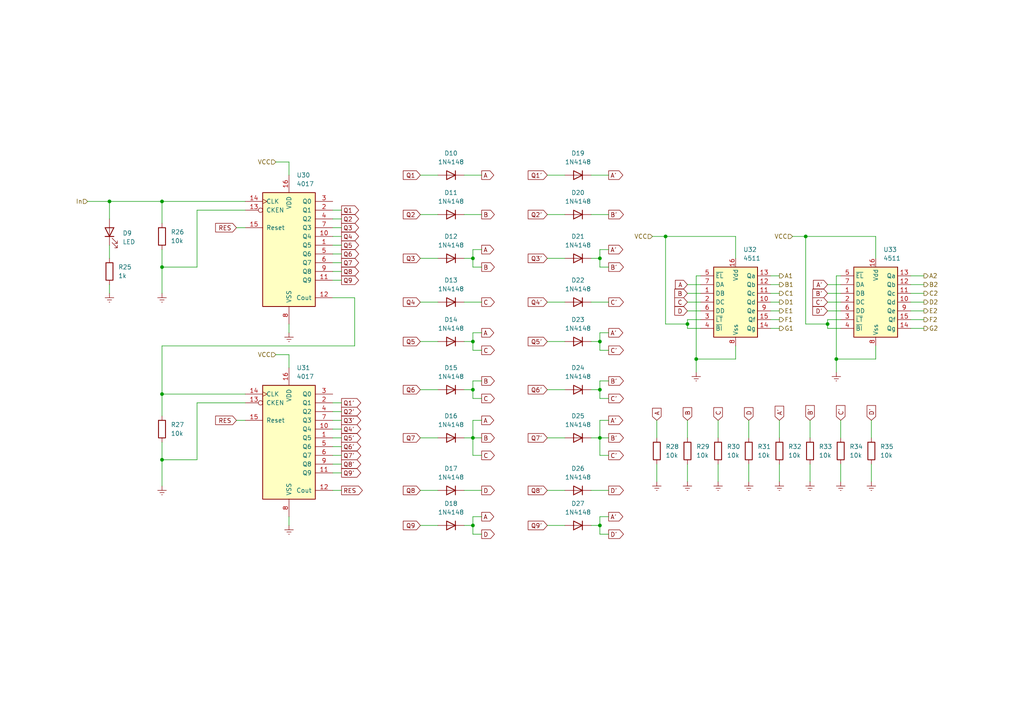
<source format=kicad_sch>
(kicad_sch (version 20230121) (generator eeschema)
  (paper "A4")
  (lib_symbols
    (symbol "4xxx:4017" (pin_names (offset 1.016))
      (property "Reference" "U" (at -7.62 16.51 0))
      (property "Value" "4017" (at -7.62 -19.05 0))
      (symbol "4017_1_0"
        (pin output line (at 12.7 0 180) (length 5.08) (name "Q5") (number "1"))
        (pin output line (at 12.7 2.54 180) (length 5.08) (name "Q4") (number "10"))
        (pin output line (at 12.7 -10.16 180) (length 5.08) (name "Q9") (number "11"))
        (pin output line (at 12.7 -15.24 180) (length 5.08) (name "Cout") (number "12"))
        (pin input inverted (at -12.7 10.16 0) (length 5.08) (name "CKEN") (number "13"))
        (pin input clock (at -12.7 12.7 0) (length 5.08) (name "CLK") (number "14"))
        (pin input line (at -12.7 5.08 0) (length 5.08) (name "Reset") (number "15"))
        (pin power_in line (at 0 20.32 270) (length 5.08) (name "VDD") (number "16"))
        (pin output line (at 12.7 10.16 180) (length 5.08) (name "Q1") (number "2"))
        (pin output line (at 12.7 12.7 180) (length 5.08) (name "Q0") (number "3"))
        (pin output line (at 12.7 7.62 180) (length 5.08) (name "Q2") (number "4"))
        (pin output line (at 12.7 -2.54 180) (length 5.08) (name "Q6") (number "5"))
        (pin output line (at 12.7 -5.08 180) (length 5.08) (name "Q7") (number "6"))
        (pin output line (at 12.7 5.08 180) (length 5.08) (name "Q3") (number "7"))
        (pin power_in line (at 0 -22.86 90) (length 5.08) (name "VSS") (number "8"))
        (pin output line (at 12.7 -7.62 180) (length 5.08) (name "Q8") (number "9"))
      )
      (symbol "4017_1_1"
        (rectangle (start -7.62 15.24) (end 7.62 -17.78) (stroke (width 0.254)) (fill (type background)))
      )
    )
    (symbol "4xxx_IEEE:4511"
      (property "Reference" "U" (at 8.89 11.43 0))
      (property "Value" "4511" (at 8.89 -11.43 0))
      (symbol "4511_0_1"
        (rectangle (start -6.35 10.16) (end 6.35 -10.16) (stroke (width 0.254)) (fill (type background)))
      )
      (symbol "4511_1_1"
        (pin input line (at -10.16 2.54 0) (length 3.81) (name "DB") (number "1"))
        (pin output line (at 10.16 0 180) (length 3.81) (name "Qd") (number "10"))
        (pin output line (at 10.16 2.54 180) (length 3.81) (name "Qc") (number "11"))
        (pin output line (at 10.16 5.08 180) (length 3.81) (name "Qb") (number "12"))
        (pin output line (at 10.16 7.62 180) (length 3.81) (name "Qa") (number "13"))
        (pin output line (at 10.16 -7.62 180) (length 3.81) (name "Qg") (number "14"))
        (pin output line (at 10.16 -5.08 180) (length 3.81) (name "Qf") (number "15"))
        (pin power_in line (at 0 12.7 270) (length 2.54) (name "Vdd") (number "16"))
        (pin input line (at -10.16 0 0) (length 3.81) (name "DC") (number "2"))
        (pin input line (at -10.16 -5.08 0) (length 3.81) (name "~{LT}") (number "3"))
        (pin input line (at -10.16 -7.62 0) (length 3.81) (name "~{BI}") (number "4"))
        (pin input line (at -10.16 7.62 0) (length 3.81) (name "~{EL}") (number "5"))
        (pin input line (at -10.16 -2.54 0) (length 3.81) (name "DD") (number "6"))
        (pin input line (at -10.16 5.08 0) (length 3.81) (name "DA") (number "7"))
        (pin power_in line (at 0 -12.7 90) (length 2.54) (name "Vss") (number "8"))
        (pin output line (at 10.16 -2.54 180) (length 3.81) (name "Qe") (number "9"))
      )
    )
    (symbol "Device:LED" (pin_numbers hide) (pin_names (offset 1.016) hide)
      (property "Reference" "D" (at 0 2.54 0))
      (property "Value" "LED" (at 0 -2.54 0))
      (symbol "LED_0_1"
        (polyline (pts (xy -1.27 -1.27) (xy -1.27 1.27)) (stroke (width 0.254)))
        (polyline (pts (xy -1.27 0) (xy 1.27 0)))
        (polyline (pts (xy 1.27 -1.27) (xy 1.27 1.27) (xy -1.27 0) (xy 1.27 -1.27)) (stroke (width 0.254)))
        (polyline (pts (xy -3.048 -0.762) (xy -4.572 -2.286) (xy -3.81 -2.286) (xy -4.572 -2.286) (xy -4.572 -1.524)))
        (polyline (pts (xy -1.778 -0.762) (xy -3.302 -2.286) (xy -2.54 -2.286) (xy -3.302 -2.286) (xy -3.302 -1.524)))
      )
      (symbol "LED_1_1"
        (pin passive line (at -3.81 0 0) (length 2.54) (name "K") (number "1"))
        (pin passive line (at 3.81 0 180) (length 2.54) (name "A") (number "2"))
      )
    )
    (symbol "Device:R" (pin_numbers hide) (pin_names (offset 0))
      (property "Reference" "R" (at 2.032 0 90))
      (property "Value" "R" (at 0 0 90))
      (symbol "R_0_1"
        (rectangle (start -1.016 -2.54) (end 1.016 2.54) (stroke (width 0.254)))
      )
      (symbol "R_1_1"
        (pin passive line (at 0 3.81 270) (length 1.27) (name "~") (number "1"))
        (pin passive line (at 0 -3.81 90) (length 1.27) (name "~") (number "2"))
      )
    )
    (symbol "Diode:1N4148" (pin_numbers hide) (pin_names hide)
      (property "Reference" "D" (at 0 2.54 0))
      (property "Value" "1N4148" (at 0 -2.54 0))
      (symbol "1N4148_0_1"
        (polyline (pts (xy -1.27 1.27) (xy -1.27 -1.27)) (stroke (width 0.254)))
        (polyline (pts (xy 1.27 0) (xy -1.27 0)))
        (polyline (pts (xy 1.27 1.27) (xy 1.27 -1.27) (xy -1.27 0) (xy 1.27 1.27)) (stroke (width 0.254)))
      )
      (symbol "1N4148_1_1"
        (pin passive line (at -3.81 0 0) (length 2.54) (name "K") (number "1"))
        (pin passive line (at 3.81 0 180) (length 2.54) (name "A") (number "2"))
      )
    )
    (symbol "power:Earth" (power) (pin_names (offset 0))
      (symbol "Earth_0_1"
        (polyline (pts (xy -0.635 -1.905) (xy 0.635 -1.905)))
        (polyline (pts (xy -0.127 -2.54) (xy 0.127 -2.54)))
        (polyline (pts (xy 0 -1.27) (xy 0 0)))
        (polyline (pts (xy 1.27 -1.27) (xy -1.27 -1.27)))
      )
      (symbol "Earth_1_1"
        (pin power_in line (at 0 0 270) (length 0) hide (name "Earth") (number "1"))
      )
    )
  )
  (junction (at 173.99 113.03))
  (junction (at 46.99 58.42))
  (junction (at 173.99 74.93))
  (junction (at 173.99 152.4))
  (junction (at 173.99 99.06))
  (junction (at 242.57 104.14))
  (junction (at 137.16 152.4))
  (junction (at 31.75 58.42))
  (junction (at 233.68 68.58))
  (junction (at 46.99 77.47))
  (junction (at 240.03 93.98))
  (junction (at 201.93 104.14))
  (junction (at 199.39 93.98))
  (junction (at 173.99 127))
  (junction (at 137.16 74.93))
  (junction (at 193.04 68.58))
  (junction (at 137.16 127))
  (junction (at 137.16 113.03))
  (junction (at 46.99 133.35))
  (junction (at 137.16 99.06))
  (junction (at 46.99 114.3))
  (wire (pts (xy 223.52 90.17) (xy 226.06 90.17)))
  (wire (pts (xy 199.39 121.92) (xy 199.39 127)))
  (wire (pts (xy 137.16 74.93) (xy 137.16 77.47)))
  (wire (pts (xy 252.73 134.62) (xy 252.73 139.7)))
  (wire (pts (xy 57.15 60.96) (xy 57.15 77.47)))
  (wire (pts (xy 31.75 82.55) (xy 31.75 85.09)))
  (wire (pts (xy 96.52 66.04) (xy 99.06 66.04)))
  (wire (pts (xy 96.52 129.54) (xy 99.06 129.54)))
  (wire (pts (xy 173.99 121.92) (xy 173.99 127)))
  (wire (pts (xy 96.52 73.66) (xy 99.06 73.66)))
  (wire (pts (xy 96.52 78.74) (xy 99.06 78.74)))
  (wire (pts (xy 176.53 96.52) (xy 173.99 96.52)))
  (wire (pts (xy 171.45 127) (xy 173.99 127)))
  (wire (pts (xy 223.52 85.09) (xy 226.06 85.09)))
  (wire (pts (xy 46.99 58.42) (xy 71.12 58.42)))
  (wire (pts (xy 240.03 95.25) (xy 240.03 93.98)))
  (wire (pts (xy 264.16 80.01) (xy 267.97 80.01)))
  (wire (pts (xy 176.53 121.92) (xy 173.99 121.92)))
  (wire (pts (xy 134.62 127) (xy 137.16 127)))
  (wire (pts (xy 137.16 149.86) (xy 137.16 152.4)))
  (wire (pts (xy 242.57 80.01) (xy 243.84 80.01)))
  (wire (pts (xy 173.99 152.4) (xy 173.99 154.94)))
  (wire (pts (xy 96.52 127) (xy 99.06 127)))
  (wire (pts (xy 57.15 60.96) (xy 71.12 60.96)))
  (wire (pts (xy 96.52 132.08) (xy 99.06 132.08)))
  (wire (pts (xy 46.99 128.27) (xy 46.99 133.35)))
  (wire (pts (xy 226.06 134.62) (xy 226.06 139.7)))
  (wire (pts (xy 234.95 121.92) (xy 234.95 127)))
  (wire (pts (xy 137.16 152.4) (xy 137.16 154.94)))
  (wire (pts (xy 137.16 110.49) (xy 137.16 113.03)))
  (wire (pts (xy 233.68 68.58) (xy 254 68.58)))
  (wire (pts (xy 158.75 113.03) (xy 163.83 113.03)))
  (wire (pts (xy 96.52 68.58) (xy 99.06 68.58)))
  (wire (pts (xy 83.82 149.86) (xy 83.82 152.4)))
  (wire (pts (xy 121.92 87.63) (xy 127 87.63)))
  (wire (pts (xy 233.68 68.58) (xy 233.68 93.98)))
  (wire (pts (xy 203.2 92.71) (xy 199.39 92.71)))
  (wire (pts (xy 83.82 46.99) (xy 83.82 50.8)))
  (wire (pts (xy 199.39 95.25) (xy 199.39 93.98)))
  (wire (pts (xy 158.75 99.06) (xy 163.83 99.06)))
  (wire (pts (xy 134.62 142.24) (xy 139.7 142.24)))
  (wire (pts (xy 137.16 113.03) (xy 137.16 115.57)))
  (wire (pts (xy 240.03 87.63) (xy 243.84 87.63)))
  (wire (pts (xy 158.75 152.4) (xy 163.83 152.4)))
  (wire (pts (xy 80.01 46.99) (xy 83.82 46.99)))
  (wire (pts (xy 158.75 87.63) (xy 163.83 87.63)))
  (wire (pts (xy 193.04 68.58) (xy 193.04 93.98)))
  (wire (pts (xy 264.16 85.09) (xy 267.97 85.09)))
  (wire (pts (xy 137.16 127) (xy 137.16 132.08)))
  (wire (pts (xy 96.52 63.5) (xy 99.06 63.5)))
  (wire (pts (xy 46.99 72.39) (xy 46.99 77.47)))
  (wire (pts (xy 243.84 95.25) (xy 240.03 95.25)))
  (wire (pts (xy 199.39 93.98) (xy 199.39 92.71)))
  (wire (pts (xy 134.62 74.93) (xy 137.16 74.93)))
  (wire (pts (xy 171.45 74.93) (xy 173.99 74.93)))
  (wire (pts (xy 243.84 92.71) (xy 240.03 92.71)))
  (wire (pts (xy 173.99 132.08) (xy 176.53 132.08)))
  (wire (pts (xy 173.99 96.52) (xy 173.99 99.06)))
  (wire (pts (xy 243.84 121.92) (xy 243.84 127)))
  (wire (pts (xy 121.92 74.93) (xy 127 74.93)))
  (wire (pts (xy 96.52 121.92) (xy 99.06 121.92)))
  (wire (pts (xy 31.75 58.42) (xy 46.99 58.42)))
  (wire (pts (xy 193.04 68.58) (xy 213.36 68.58)))
  (wire (pts (xy 217.17 121.92) (xy 217.17 127)))
  (wire (pts (xy 213.36 104.14) (xy 201.93 104.14)))
  (wire (pts (xy 171.45 87.63) (xy 176.53 87.63)))
  (wire (pts (xy 46.99 77.47) (xy 46.99 85.09)))
  (wire (pts (xy 264.16 87.63) (xy 267.97 87.63)))
  (wire (pts (xy 31.75 71.12) (xy 31.75 74.93)))
  (wire (pts (xy 96.52 60.96) (xy 99.06 60.96)))
  (wire (pts (xy 240.03 82.55) (xy 243.84 82.55)))
  (wire (pts (xy 240.03 90.17) (xy 243.84 90.17)))
  (wire (pts (xy 226.06 121.92) (xy 226.06 127)))
  (wire (pts (xy 254 68.58) (xy 254 74.93)))
  (wire (pts (xy 46.99 133.35) (xy 57.15 133.35)))
  (wire (pts (xy 121.92 62.23) (xy 127 62.23)))
  (wire (pts (xy 83.82 102.87) (xy 83.82 106.68)))
  (wire (pts (xy 137.16 77.47) (xy 139.7 77.47)))
  (wire (pts (xy 134.62 87.63) (xy 139.7 87.63)))
  (wire (pts (xy 121.92 50.8) (xy 127 50.8)))
  (wire (pts (xy 137.16 132.08) (xy 139.7 132.08)))
  (wire (pts (xy 96.52 124.46) (xy 99.06 124.46)))
  (wire (pts (xy 57.15 116.84) (xy 57.15 133.35)))
  (wire (pts (xy 102.87 86.36) (xy 96.52 86.36)))
  (wire (pts (xy 134.62 62.23) (xy 139.7 62.23)))
  (wire (pts (xy 96.52 71.12) (xy 99.06 71.12)))
  (wire (pts (xy 134.62 113.03) (xy 137.16 113.03)))
  (wire (pts (xy 134.62 50.8) (xy 139.7 50.8)))
  (wire (pts (xy 25.4 58.42) (xy 31.75 58.42)))
  (wire (pts (xy 158.75 127) (xy 163.83 127)))
  (wire (pts (xy 68.58 121.92) (xy 71.12 121.92)))
  (wire (pts (xy 96.52 81.28) (xy 99.06 81.28)))
  (wire (pts (xy 96.52 116.84) (xy 99.06 116.84)))
  (wire (pts (xy 199.39 90.17) (xy 203.2 90.17)))
  (wire (pts (xy 96.52 119.38) (xy 99.06 119.38)))
  (wire (pts (xy 134.62 152.4) (xy 137.16 152.4)))
  (wire (pts (xy 213.36 68.58) (xy 213.36 74.93)))
  (wire (pts (xy 171.45 62.23) (xy 176.53 62.23)))
  (wire (pts (xy 190.5 121.92) (xy 190.5 127)))
  (wire (pts (xy 139.7 96.52) (xy 137.16 96.52)))
  (wire (pts (xy 252.73 121.92) (xy 252.73 127)))
  (wire (pts (xy 201.93 80.01) (xy 203.2 80.01)))
  (wire (pts (xy 243.84 134.62) (xy 243.84 139.7)))
  (wire (pts (xy 158.75 50.8) (xy 163.83 50.8)))
  (wire (pts (xy 171.45 142.24) (xy 176.53 142.24)))
  (wire (pts (xy 139.7 121.92) (xy 137.16 121.92)))
  (wire (pts (xy 173.99 149.86) (xy 173.99 152.4)))
  (wire (pts (xy 240.03 93.98) (xy 240.03 92.71)))
  (wire (pts (xy 137.16 127) (xy 139.7 127)))
  (wire (pts (xy 199.39 87.63) (xy 203.2 87.63)))
  (wire (pts (xy 173.99 72.39) (xy 173.99 74.93)))
  (wire (pts (xy 213.36 100.33) (xy 213.36 104.14)))
  (wire (pts (xy 176.53 72.39) (xy 173.99 72.39)))
  (wire (pts (xy 176.53 110.49) (xy 173.99 110.49)))
  (wire (pts (xy 223.52 82.55) (xy 226.06 82.55)))
  (wire (pts (xy 139.7 149.86) (xy 137.16 149.86)))
  (wire (pts (xy 264.16 90.17) (xy 267.97 90.17)))
  (wire (pts (xy 173.99 127) (xy 176.53 127)))
  (wire (pts (xy 173.99 77.47) (xy 176.53 77.47)))
  (wire (pts (xy 208.28 121.92) (xy 208.28 127)))
  (wire (pts (xy 137.16 115.57) (xy 139.7 115.57)))
  (wire (pts (xy 240.03 93.98) (xy 233.68 93.98)))
  (wire (pts (xy 137.16 72.39) (xy 137.16 74.93)))
  (wire (pts (xy 121.92 99.06) (xy 127 99.06)))
  (wire (pts (xy 223.52 87.63) (xy 226.06 87.63)))
  (wire (pts (xy 71.12 116.84) (xy 57.15 116.84)))
  (wire (pts (xy 68.58 66.04) (xy 71.12 66.04)))
  (wire (pts (xy 46.99 120.65) (xy 46.99 114.3)))
  (wire (pts (xy 158.75 142.24) (xy 163.83 142.24)))
  (wire (pts (xy 121.92 142.24) (xy 127 142.24)))
  (wire (pts (xy 139.7 110.49) (xy 137.16 110.49)))
  (wire (pts (xy 264.16 95.25) (xy 267.97 95.25)))
  (wire (pts (xy 199.39 93.98) (xy 193.04 93.98)))
  (wire (pts (xy 31.75 58.42) (xy 31.75 63.5)))
  (wire (pts (xy 46.99 64.77) (xy 46.99 58.42)))
  (wire (pts (xy 137.16 96.52) (xy 137.16 99.06)))
  (wire (pts (xy 217.17 134.62) (xy 217.17 139.7)))
  (wire (pts (xy 223.52 95.25) (xy 226.06 95.25)))
  (wire (pts (xy 223.52 80.01) (xy 226.06 80.01)))
  (wire (pts (xy 201.93 107.95) (xy 201.93 104.14)))
  (wire (pts (xy 137.16 99.06) (xy 137.16 101.6)))
  (wire (pts (xy 173.99 115.57) (xy 176.53 115.57)))
  (wire (pts (xy 176.53 149.86) (xy 173.99 149.86)))
  (wire (pts (xy 189.23 68.58) (xy 193.04 68.58)))
  (wire (pts (xy 171.45 50.8) (xy 176.53 50.8)))
  (wire (pts (xy 46.99 100.33) (xy 46.99 114.3)))
  (wire (pts (xy 199.39 82.55) (xy 203.2 82.55)))
  (wire (pts (xy 83.82 93.98) (xy 83.82 96.52)))
  (wire (pts (xy 46.99 114.3) (xy 71.12 114.3)))
  (wire (pts (xy 121.92 127) (xy 127 127)))
  (wire (pts (xy 242.57 107.95) (xy 242.57 104.14)))
  (wire (pts (xy 134.62 99.06) (xy 137.16 99.06)))
  (wire (pts (xy 96.52 142.24) (xy 99.06 142.24)))
  (wire (pts (xy 173.99 99.06) (xy 173.99 101.6)))
  (wire (pts (xy 158.75 62.23) (xy 163.83 62.23)))
  (wire (pts (xy 137.16 154.94) (xy 139.7 154.94)))
  (wire (pts (xy 264.16 92.71) (xy 267.97 92.71)))
  (wire (pts (xy 203.2 95.25) (xy 199.39 95.25)))
  (wire (pts (xy 223.52 92.71) (xy 226.06 92.71)))
  (wire (pts (xy 190.5 134.62) (xy 190.5 139.7)))
  (wire (pts (xy 121.92 113.03) (xy 127 113.03)))
  (wire (pts (xy 254 100.33) (xy 254 104.14)))
  (wire (pts (xy 137.16 121.92) (xy 137.16 127)))
  (wire (pts (xy 173.99 113.03) (xy 173.99 115.57)))
  (wire (pts (xy 173.99 74.93) (xy 173.99 77.47)))
  (wire (pts (xy 96.52 134.62) (xy 99.06 134.62)))
  (wire (pts (xy 254 104.14) (xy 242.57 104.14)))
  (wire (pts (xy 139.7 72.39) (xy 137.16 72.39)))
  (wire (pts (xy 121.92 152.4) (xy 127 152.4)))
  (wire (pts (xy 229.87 68.58) (xy 233.68 68.58)))
  (wire (pts (xy 234.95 134.62) (xy 234.95 139.7)))
  (wire (pts (xy 96.52 76.2) (xy 99.06 76.2)))
  (wire (pts (xy 46.99 133.35) (xy 46.99 140.97)))
  (wire (pts (xy 96.52 137.16) (xy 99.06 137.16)))
  (wire (pts (xy 173.99 110.49) (xy 173.99 113.03)))
  (wire (pts (xy 137.16 101.6) (xy 139.7 101.6)))
  (wire (pts (xy 199.39 134.62) (xy 199.39 139.7)))
  (wire (pts (xy 80.01 102.87) (xy 83.82 102.87)))
  (wire (pts (xy 240.03 85.09) (xy 243.84 85.09)))
  (wire (pts (xy 242.57 104.14) (xy 242.57 80.01)))
  (wire (pts (xy 46.99 77.47) (xy 57.15 77.47)))
  (wire (pts (xy 201.93 104.14) (xy 201.93 80.01)))
  (wire (pts (xy 173.99 101.6) (xy 176.53 101.6)))
  (wire (pts (xy 171.45 152.4) (xy 173.99 152.4)))
  (wire (pts (xy 173.99 127) (xy 173.99 132.08)))
  (wire (pts (xy 171.45 99.06) (xy 173.99 99.06)))
  (wire (pts (xy 199.39 85.09) (xy 203.2 85.09)))
  (wire (pts (xy 208.28 134.62) (xy 208.28 139.7)))
  (wire (pts (xy 171.45 113.03) (xy 173.99 113.03)))
  (wire (pts (xy 102.87 86.36) (xy 102.87 100.33)))
  (wire (pts (xy 102.87 100.33) (xy 46.99 100.33)))
  (wire (pts (xy 158.75 74.93) (xy 163.83 74.93)))
  (wire (pts (xy 173.99 154.94) (xy 176.53 154.94)))
  (wire (pts (xy 264.16 82.55) (xy 267.97 82.55)))
  (global_label "A'" (shape input) (at 226.06 121.92 90) (property "Intersheetrefs" "${INTERSHEET_REFS}" (effects hide)))
  (global_label "Q4'" (shape output) (at 99.06 124.46 0) (property "Intersheetrefs" "${INTERSHEET_REFS}" (effects hide)))
  (global_label "B" (shape output) (at 139.7 127 0) (property "Intersheetrefs" "${INTERSHEET_REFS}" (effects hide)))
  (global_label "Q7'" (shape input) (at 158.75 127 180) (property "Intersheetrefs" "${INTERSHEET_REFS}" (effects hide)))
  (global_label "D" (shape input) (at 199.39 90.17 180) (property "Intersheetrefs" "${INTERSHEET_REFS}" (effects hide)))
  (global_label "B" (shape input) (at 199.39 121.92 90) (property "Intersheetrefs" "${INTERSHEET_REFS}" (effects hide)))
  (global_label "A" (shape output) (at 139.7 149.86 0) (property "Intersheetrefs" "${INTERSHEET_REFS}" (effects hide)))
  (global_label "A'" (shape input) (at 240.03 82.55 180) (property "Intersheetrefs" "${INTERSHEET_REFS}" (effects hide)))
  (global_label "RES" (shape input) (at 68.58 121.92 180) (property "Intersheetrefs" "${INTERSHEET_REFS}" (effects hide)))
  (global_label "B'" (shape output) (at 176.53 62.23 0) (property "Intersheetrefs" "${INTERSHEET_REFS}" (effects hide)))
  (global_label "B'" (shape output) (at 176.53 127 0) (property "Intersheetrefs" "${INTERSHEET_REFS}" (effects hide)))
  (global_label "A'" (shape output) (at 176.53 149.86 0) (property "Intersheetrefs" "${INTERSHEET_REFS}" (effects hide)))
  (global_label "B'" (shape input) (at 234.95 121.92 90) (property "Intersheetrefs" "${INTERSHEET_REFS}" (effects hide)))
  (global_label "D'" (shape output) (at 176.53 142.24 0) (property "Intersheetrefs" "${INTERSHEET_REFS}" (effects hide)))
  (global_label "B" (shape output) (at 139.7 110.49 0) (property "Intersheetrefs" "${INTERSHEET_REFS}" (effects hide)))
  (global_label "Q6'" (shape input) (at 158.75 113.03 180) (property "Intersheetrefs" "${INTERSHEET_REFS}" (effects hide)))
  (global_label "C'" (shape input) (at 240.03 87.63 180) (property "Intersheetrefs" "${INTERSHEET_REFS}" (effects hide)))
  (global_label "RES" (shape input) (at 68.58 66.04 180) (property "Intersheetrefs" "${INTERSHEET_REFS}" (effects hide)))
  (global_label "C" (shape output) (at 139.7 87.63 0) (property "Intersheetrefs" "${INTERSHEET_REFS}" (effects hide)))
  (global_label "Q8'" (shape input) (at 158.75 142.24 180) (property "Intersheetrefs" "${INTERSHEET_REFS}" (effects hide)))
  (global_label "Q9'" (shape input) (at 158.75 152.4 180) (property "Intersheetrefs" "${INTERSHEET_REFS}" (effects hide)))
  (global_label "Q6" (shape output) (at 99.06 73.66 0) (property "Intersheetrefs" "${INTERSHEET_REFS}" (effects hide)))
  (global_label "C" (shape input) (at 208.28 121.92 90) (property "Intersheetrefs" "${INTERSHEET_REFS}" (effects hide)))
  (global_label "Q2'" (shape input) (at 158.75 62.23 180) (property "Intersheetrefs" "${INTERSHEET_REFS}" (effects hide)))
  (global_label "B" (shape output) (at 139.7 77.47 0) (property "Intersheetrefs" "${INTERSHEET_REFS}" (effects hide)))
  (global_label "Q3'" (shape input) (at 158.75 74.93 180) (property "Intersheetrefs" "${INTERSHEET_REFS}" (effects hide)))
  (global_label "C" (shape input) (at 199.39 87.63 180) (property "Intersheetrefs" "${INTERSHEET_REFS}" (effects hide)))
  (global_label "C'" (shape output) (at 176.53 101.6 0) (property "Intersheetrefs" "${INTERSHEET_REFS}" (effects hide)))
  (global_label "C'" (shape output) (at 176.53 115.57 0) (property "Intersheetrefs" "${INTERSHEET_REFS}" (effects hide)))
  (global_label "Q5" (shape input) (at 121.92 99.06 180) (property "Intersheetrefs" "${INTERSHEET_REFS}" (effects hide)))
  (global_label "A" (shape output) (at 139.7 96.52 0) (property "Intersheetrefs" "${INTERSHEET_REFS}" (effects hide)))
  (global_label "A" (shape input) (at 190.5 121.92 90) (property "Intersheetrefs" "${INTERSHEET_REFS}" (effects hide)))
  (global_label "Q2" (shape input) (at 121.92 62.23 180) (property "Intersheetrefs" "${INTERSHEET_REFS}" (effects hide)))
  (global_label "Q1" (shape output) (at 99.06 60.96 0) (property "Intersheetrefs" "${INTERSHEET_REFS}" (effects hide)))
  (global_label "Q1'" (shape output) (at 99.06 116.84 0) (property "Intersheetrefs" "${INTERSHEET_REFS}" (effects hide)))
  (global_label "Q7'" (shape output) (at 99.06 132.08 0) (property "Intersheetrefs" "${INTERSHEET_REFS}" (effects hide)))
  (global_label "A'" (shape output) (at 176.53 50.8 0) (property "Intersheetrefs" "${INTERSHEET_REFS}" (effects hide)))
  (global_label "D" (shape output) (at 139.7 154.94 0) (property "Intersheetrefs" "${INTERSHEET_REFS}" (effects hide)))
  (global_label "Q8" (shape input) (at 121.92 142.24 180) (property "Intersheetrefs" "${INTERSHEET_REFS}" (effects hide)))
  (global_label "Q3'" (shape output) (at 99.06 121.92 0) (property "Intersheetrefs" "${INTERSHEET_REFS}" (effects hide)))
  (global_label "C'" (shape output) (at 176.53 132.08 0) (property "Intersheetrefs" "${INTERSHEET_REFS}" (effects hide)))
  (global_label "Q2'" (shape output) (at 99.06 119.38 0) (property "Intersheetrefs" "${INTERSHEET_REFS}" (effects hide)))
  (global_label "A'" (shape output) (at 176.53 72.39 0) (property "Intersheetrefs" "${INTERSHEET_REFS}" (effects hide)))
  (global_label "Q4" (shape output) (at 99.06 68.58 0) (property "Intersheetrefs" "${INTERSHEET_REFS}" (effects hide)))
  (global_label "C" (shape output) (at 139.7 115.57 0) (property "Intersheetrefs" "${INTERSHEET_REFS}" (effects hide)))
  (global_label "Q7" (shape output) (at 99.06 76.2 0) (property "Intersheetrefs" "${INTERSHEET_REFS}" (effects hide)))
  (global_label "C" (shape output) (at 139.7 132.08 0) (property "Intersheetrefs" "${INTERSHEET_REFS}" (effects hide)))
  (global_label "Q8'" (shape output) (at 99.06 134.62 0) (property "Intersheetrefs" "${INTERSHEET_REFS}" (effects hide)))
  (global_label "Q6'" (shape output) (at 99.06 129.54 0) (property "Intersheetrefs" "${INTERSHEET_REFS}" (effects hide)))
  (global_label "A" (shape output) (at 139.7 121.92 0) (property "Intersheetrefs" "${INTERSHEET_REFS}" (effects hide)))
  (global_label "C" (shape output) (at 139.7 101.6 0) (property "Intersheetrefs" "${INTERSHEET_REFS}" (effects hide)))
  (global_label "Q3" (shape output) (at 99.06 66.04 0) (property "Intersheetrefs" "${INTERSHEET_REFS}" (effects hide)))
  (global_label "D'" (shape input) (at 240.03 90.17 180) (property "Intersheetrefs" "${INTERSHEET_REFS}" (effects hide)))
  (global_label "Q1" (shape input) (at 121.92 50.8 180) (property "Intersheetrefs" "${INTERSHEET_REFS}" (effects hide)))
  (global_label "D'" (shape input) (at 252.73 121.92 90) (property "Intersheetrefs" "${INTERSHEET_REFS}" (effects hide)))
  (global_label "Q5'" (shape output) (at 99.06 127 0) (property "Intersheetrefs" "${INTERSHEET_REFS}" (effects hide)))
  (global_label "RES" (shape output) (at 99.06 142.24 0) (property "Intersheetrefs" "${INTERSHEET_REFS}" (effects hide)))
  (global_label "A" (shape output) (at 139.7 72.39 0) (property "Intersheetrefs" "${INTERSHEET_REFS}" (effects hide)))
  (global_label "Q2" (shape output) (at 99.06 63.5 0) (property "Intersheetrefs" "${INTERSHEET_REFS}" (effects hide)))
  (global_label "Q1'" (shape input) (at 158.75 50.8 180) (property "Intersheetrefs" "${INTERSHEET_REFS}" (effects hide)))
  (global_label "D'" (shape output) (at 176.53 154.94 0) (property "Intersheetrefs" "${INTERSHEET_REFS}" (effects hide)))
  (global_label "Q4'" (shape input) (at 158.75 87.63 180) (property "Intersheetrefs" "${INTERSHEET_REFS}" (effects hide)))
  (global_label "Q9'" (shape output) (at 99.06 137.16 0) (property "Intersheetrefs" "${INTERSHEET_REFS}" (effects hide)))
  (global_label "B" (shape input) (at 199.39 85.09 180) (property "Intersheetrefs" "${INTERSHEET_REFS}" (effects hide)))
  (global_label "A'" (shape output) (at 176.53 121.92 0) (property "Intersheetrefs" "${INTERSHEET_REFS}" (effects hide)))
  (global_label "C'" (shape output) (at 176.53 87.63 0) (property "Intersheetrefs" "${INTERSHEET_REFS}" (effects hide)))
  (global_label "Q8" (shape output) (at 99.06 78.74 0) (property "Intersheetrefs" "${INTERSHEET_REFS}" (effects hide)))
  (global_label "Q7" (shape input) (at 121.92 127 180) (property "Intersheetrefs" "${INTERSHEET_REFS}" (effects hide)))
  (global_label "D" (shape output) (at 139.7 142.24 0) (property "Intersheetrefs" "${INTERSHEET_REFS}" (effects hide)))
  (global_label "Q5" (shape output) (at 99.06 71.12 0) (property "Intersheetrefs" "${INTERSHEET_REFS}" (effects hide)))
  (global_label "Q5'" (shape input) (at 158.75 99.06 180) (property "Intersheetrefs" "${INTERSHEET_REFS}" (effects hide)))
  (global_label "Q6" (shape input) (at 121.92 113.03 180) (property "Intersheetrefs" "${INTERSHEET_REFS}" (effects hide)))
  (global_label "Q4" (shape input) (at 121.92 87.63 180) (property "Intersheetrefs" "${INTERSHEET_REFS}" (effects hide)))
  (global_label "C'" (shape input) (at 243.84 121.92 90) (property "Intersheetrefs" "${INTERSHEET_REFS}" (effects hide)))
  (global_label "B'" (shape input) (at 240.03 85.09 180) (property "Intersheetrefs" "${INTERSHEET_REFS}" (effects hide)))
  (global_label "B" (shape output) (at 139.7 62.23 0) (property "Intersheetrefs" "${INTERSHEET_REFS}" (effects hide)))
  (global_label "B'" (shape output) (at 176.53 77.47 0) (property "Intersheetrefs" "${INTERSHEET_REFS}" (effects hide)))
  (global_label "B'" (shape output) (at 176.53 110.49 0) (property "Intersheetrefs" "${INTERSHEET_REFS}" (effects hide)))
  (global_label "Q3" (shape input) (at 121.92 74.93 180) (property "Intersheetrefs" "${INTERSHEET_REFS}" (effects hide)))
  (global_label "A" (shape output) (at 139.7 50.8 0) (property "Intersheetrefs" "${INTERSHEET_REFS}" (effects hide)))
  (global_label "Q9" (shape input) (at 121.92 152.4 180) (property "Intersheetrefs" "${INTERSHEET_REFS}" (effects hide)))
  (global_label "A" (shape input) (at 199.39 82.55 180) (property "Intersheetrefs" "${INTERSHEET_REFS}" (effects hide)))
  (global_label "D" (shape input) (at 217.17 121.92 90) (property "Intersheetrefs" "${INTERSHEET_REFS}" (effects hide)))
  (global_label "Q9" (shape output) (at 99.06 81.28 0) (property "Intersheetrefs" "${INTERSHEET_REFS}" (effects hide)))
  (global_label "A'" (shape output) (at 176.53 96.52 0) (property "Intersheetrefs" "${INTERSHEET_REFS}" (effects hide)))
  (hierarchical_label "G2" (shape output) (at 267.97 95.25 0))
  (hierarchical_label "G1" (shape output) (at 226.06 95.25 0))
  (hierarchical_label "VCC" (shape input) (at 80.01 46.99 180))
  (hierarchical_label "F2" (shape output) (at 267.97 92.71 0))
  (hierarchical_label "E1" (shape output) (at 226.06 90.17 0))
  (hierarchical_label "A1" (shape output) (at 226.06 80.01 0))
  (hierarchical_label "VCC" (shape input) (at 189.23 68.58 180))
  (hierarchical_label "B2" (shape output) (at 267.97 82.55 0))
  (hierarchical_label "F1" (shape output) (at 226.06 92.71 0))
  (hierarchical_label "C2" (shape output) (at 267.97 85.09 0))
  (hierarchical_label "D2" (shape output) (at 267.97 87.63 0))
  (hierarchical_label "B1" (shape output) (at 226.06 82.55 0))
  (hierarchical_label "In" (shape input) (at 25.4 58.42 180))
  (hierarchical_label "VCC" (shape input) (at 229.87 68.58 180))
  (hierarchical_label "VCC" (shape input) (at 80.01 102.87 180))
  (hierarchical_label "A2" (shape output) (at 267.97 80.01 0))
  (hierarchical_label "E2" (shape output) (at 267.97 90.17 0))
  (hierarchical_label "D1" (shape output) (at 226.06 87.63 0))
  (hierarchical_label "C1" (shape output) (at 226.06 85.09 0))
  (symbol (lib_id "Device:R") (at 31.75 78.74 0) (unit 1)
    (property "Reference" "R25" (at 34.29 77.47 0) (effects (justify left)))
    (property "Value" "1k" (at 34.29 80.01 0) (effects (justify left)))
    (instances (project "color-sorter" (path "" (reference "R25") (unit 1)) (path "" (reference "R36") (unit 1)) (path "" (reference "R47") (unit 1)) (path "" (reference "R58") (unit 1)) (path "" (reference "R69") (unit 1))))
  )
  (symbol (lib_id "power:Earth") (at 31.75 85.09 0) (unit 1)
    (property "Reference" "#PWR058" (effects hide))
    (property "Value" "Earth" (effects hide))
    (instances (project "color-sorter" (path "" (reference "#PWR058") (unit 1)) (path "" (reference "#PWR073") (unit 1)) (path "" (reference "#PWR088") (unit 1)) (path "" (reference "#PWR0103") (unit 1)) (path "" (reference "#PWR0118") (unit 1))))
  )
  (symbol (lib_id "power:Earth") (at 234.95 139.7 0) (unit 1)
    (property "Reference" "#PWR069" (effects hide))
    (property "Value" "Earth" (effects hide))
    (instances (project "color-sorter" (path "" (reference "#PWR069") (unit 1)) (path "" (reference "#PWR084") (unit 1)) (path "" (reference "#PWR099") (unit 1)) (path "" (reference "#PWR0114") (unit 1)) (path "" (reference "#PWR0129") (unit 1))))
  )
  (symbol (lib_id "power:Earth") (at 83.82 96.52 0) (unit 1)
    (property "Reference" "#PWR061" (effects hide))
    (property "Value" "Earth" (effects hide))
    (instances (project "color-sorter" (path "" (reference "#PWR061") (unit 1)) (path "" (reference "#PWR076") (unit 1)) (path "" (reference "#PWR091") (unit 1)) (path "" (reference "#PWR0106") (unit 1)) (path "" (reference "#PWR0121") (unit 1))))
  )
  (symbol (lib_id "power:Earth") (at 217.17 139.7 0) (unit 1)
    (property "Reference" "#PWR067" (effects hide))
    (property "Value" "Earth" (effects hide))
    (instances (project "color-sorter" (path "" (reference "#PWR067") (unit 1)) (path "" (reference "#PWR082") (unit 1)) (path "" (reference "#PWR097") (unit 1)) (path "" (reference "#PWR0112") (unit 1)) (path "" (reference "#PWR0127") (unit 1))))
  )
  (symbol (lib_id "Diode:1N4148") (at 130.81 142.24 180) (unit 1)
    (property "Reference" "D17" (at 130.81 135.89 0))
    (property "Value" "1N4148" (at 130.81 138.43 0))
    (property "Footprint" "Diode_THT:D_DO-35_SOD27_P7.62mm_Horizontal" (effects hide))
    (property "Datasheet" "https://assets.nexperia.com/documents/data-sheet/1N4148_1N4448.pdf" (effects hide))
    (property "Sim.Device" "D" (effects hide))
    (property "Sim.Pins" "1=K 2=A" (effects hide))
    (instances (project "color-sorter" (path "" (reference "D17") (unit 1)) (path "" (reference "D36") (unit 1)) (path "" (reference "D55") (unit 1)) (path "" (reference "D74") (unit 1)) (path "" (reference "D93") (unit 1))))
  )
  (symbol (lib_id "4xxx:4017") (at 83.82 127 0) (unit 1)
    (property "Reference" "U31" (at 86.0141 106.68 0) (effects (justify left)))
    (property "Value" "4017" (at 86.0141 109.22 0) (effects (justify left)))
    (property "Datasheet" "http://www.intersil.com/content/dam/Intersil/documents/cd40/cd4017bms-22bms.pdf" (effects hide))
    (instances (project "color-sorter" (path "" (reference "U31") (unit 1)) (path "" (reference "U35") (unit 1)) (path "" (reference "U39") (unit 1)) (path "" (reference "U43") (unit 1)) (path "" (reference "U47") (unit 1))))
  )
  (symbol (lib_id "4xxx:4017") (at 83.82 71.12 0) (unit 1)
    (property "Reference" "U30" (at 86.0141 50.8 0) (effects (justify left)))
    (property "Value" "4017" (at 86.0141 53.34 0) (effects (justify left)))
    (property "Datasheet" "http://www.intersil.com/content/dam/Intersil/documents/cd40/cd4017bms-22bms.pdf" (effects hide))
    (instances (project "color-sorter" (path "" (reference "U30") (unit 1)) (path "" (reference "U34") (unit 1)) (path "" (reference "U38") (unit 1)) (path "" (reference "U42") (unit 1)) (path "" (reference "U46") (unit 1))))
  )
  (symbol (lib_id "Device:R") (at 226.06 130.81 0) (unit 1)
    (property "Reference" "R32" (at 228.6 129.54 0) (effects (justify left)))
    (property "Value" "10k" (at 228.6 132.08 0) (effects (justify left)))
    (instances (project "color-sorter" (path "" (reference "R32") (unit 1)) (path "" (reference "R43") (unit 1)) (path "" (reference "R54") (unit 1)) (path "" (reference "R65") (unit 1)) (path "" (reference "R76") (unit 1))))
  )
  (symbol (lib_id "power:Earth") (at 199.39 139.7 0) (unit 1)
    (property "Reference" "#PWR064" (effects hide))
    (property "Value" "Earth" (effects hide))
    (instances (project "color-sorter" (path "" (reference "#PWR064") (unit 1)) (path "" (reference "#PWR079") (unit 1)) (path "" (reference "#PWR094") (unit 1)) (path "" (reference "#PWR0109") (unit 1)) (path "" (reference "#PWR0124") (unit 1))))
  )
  (symbol (lib_id "Diode:1N4148") (at 130.81 62.23 180) (unit 1)
    (property "Reference" "D11" (at 130.81 55.88 0))
    (property "Value" "1N4148" (at 130.81 58.42 0))
    (property "Footprint" "Diode_THT:D_DO-35_SOD27_P7.62mm_Horizontal" (effects hide))
    (property "Datasheet" "https://assets.nexperia.com/documents/data-sheet/1N4148_1N4448.pdf" (effects hide))
    (property "Sim.Device" "D" (effects hide))
    (property "Sim.Pins" "1=K 2=A" (effects hide))
    (instances (project "color-sorter" (path "" (reference "D11") (unit 1)) (path "" (reference "D30") (unit 1)) (path "" (reference "D49") (unit 1)) (path "" (reference "D68") (unit 1)) (path "" (reference "D87") (unit 1))))
  )
  (symbol (lib_id "Diode:1N4148") (at 130.81 74.93 180) (unit 1)
    (property "Reference" "D12" (at 130.81 68.58 0))
    (property "Value" "1N4148" (at 130.81 71.12 0))
    (property "Footprint" "Diode_THT:D_DO-35_SOD27_P7.62mm_Horizontal" (effects hide))
    (property "Datasheet" "https://assets.nexperia.com/documents/data-sheet/1N4148_1N4448.pdf" (effects hide))
    (property "Sim.Device" "D" (effects hide))
    (property "Sim.Pins" "1=K 2=A" (effects hide))
    (instances (project "color-sorter" (path "" (reference "D12") (unit 1)) (path "" (reference "D31") (unit 1)) (path "" (reference "D50") (unit 1)) (path "" (reference "D69") (unit 1)) (path "" (reference "D88") (unit 1))))
  )
  (symbol (lib_id "power:Earth") (at 190.5 139.7 0) (unit 1)
    (property "Reference" "#PWR063" (effects hide))
    (property "Value" "Earth" (effects hide))
    (instances (project "color-sorter" (path "" (reference "#PWR063") (unit 1)) (path "" (reference "#PWR078") (unit 1)) (path "" (reference "#PWR093") (unit 1)) (path "" (reference "#PWR0108") (unit 1)) (path "" (reference "#PWR0123") (unit 1))))
  )
  (symbol (lib_id "Diode:1N4148") (at 130.81 113.03 180) (unit 1)
    (property "Reference" "D15" (at 130.81 106.68 0))
    (property "Value" "1N4148" (at 130.81 109.22 0))
    (property "Footprint" "Diode_THT:D_DO-35_SOD27_P7.62mm_Horizontal" (effects hide))
    (property "Datasheet" "https://assets.nexperia.com/documents/data-sheet/1N4148_1N4448.pdf" (effects hide))
    (property "Sim.Device" "D" (effects hide))
    (property "Sim.Pins" "1=K 2=A" (effects hide))
    (instances (project "color-sorter" (path "" (reference "D15") (unit 1)) (path "" (reference "D34") (unit 1)) (path "" (reference "D53") (unit 1)) (path "" (reference "D72") (unit 1)) (path "" (reference "D91") (unit 1))))
  )
  (symbol (lib_id "Device:R") (at 199.39 130.81 0) (unit 1)
    (property "Reference" "R29" (at 201.93 129.54 0) (effects (justify left)))
    (property "Value" "10k" (at 201.93 132.08 0) (effects (justify left)))
    (instances (project "color-sorter" (path "" (reference "R29") (unit 1)) (path "" (reference "R40") (unit 1)) (path "" (reference "R51") (unit 1)) (path "" (reference "R62") (unit 1)) (path "" (reference "R73") (unit 1))))
  )
  (symbol (lib_id "power:Earth") (at 208.28 139.7 0) (unit 1)
    (property "Reference" "#PWR066" (effects hide))
    (property "Value" "Earth" (effects hide))
    (instances (project "color-sorter" (path "" (reference "#PWR066") (unit 1)) (path "" (reference "#PWR081") (unit 1)) (path "" (reference "#PWR096") (unit 1)) (path "" (reference "#PWR0111") (unit 1)) (path "" (reference "#PWR0126") (unit 1))))
  )
  (symbol (lib_id "Device:R") (at 208.28 130.81 0) (unit 1)
    (property "Reference" "R30" (at 210.82 129.54 0) (effects (justify left)))
    (property "Value" "10k" (at 210.82 132.08 0) (effects (justify left)))
    (instances (project "color-sorter" (path "" (reference "R30") (unit 1)) (path "" (reference "R41") (unit 1)) (path "" (reference "R52") (unit 1)) (path "" (reference "R63") (unit 1)) (path "" (reference "R74") (unit 1))))
  )
  (symbol (lib_id "4xxx_IEEE:4511") (at 213.36 87.63 0) (unit 1)
    (property "Reference" "U32" (at 215.5541 72.39 0) (effects (justify left)))
    (property "Value" "4511" (at 215.5541 74.93 0) (effects (justify left)))
    (instances (project "color-sorter" (path "" (reference "U32") (unit 1)) (path "" (reference "U36") (unit 1)) (path "" (reference "U40") (unit 1)) (path "" (reference "U44") (unit 1)) (path "" (reference "U48") (unit 1))))
  )
  (symbol (lib_id "Diode:1N4148") (at 167.64 127 180) (unit 1)
    (property "Reference" "D25" (at 167.64 120.65 0))
    (property "Value" "1N4148" (at 167.64 123.19 0))
    (property "Footprint" "Diode_THT:D_DO-35_SOD27_P7.62mm_Horizontal" (effects hide))
    (property "Datasheet" "https://assets.nexperia.com/documents/data-sheet/1N4148_1N4448.pdf" (effects hide))
    (property "Sim.Device" "D" (effects hide))
    (property "Sim.Pins" "1=K 2=A" (effects hide))
    (instances (project "color-sorter" (path "" (reference "D25") (unit 1)) (path "" (reference "D44") (unit 1)) (path "" (reference "D63") (unit 1)) (path "" (reference "D82") (unit 1)) (path "" (reference "D101") (unit 1))))
  )
  (symbol (lib_id "Diode:1N4148") (at 130.81 50.8 180) (unit 1)
    (property "Reference" "D10" (at 130.81 44.45 0))
    (property "Value" "1N4148" (at 130.81 46.99 0))
    (property "Footprint" "Diode_THT:D_DO-35_SOD27_P7.62mm_Horizontal" (effects hide))
    (property "Datasheet" "https://assets.nexperia.com/documents/data-sheet/1N4148_1N4448.pdf" (effects hide))
    (property "Sim.Device" "D" (effects hide))
    (property "Sim.Pins" "1=K 2=A" (effects hide))
    (instances (project "color-sorter" (path "" (reference "D10") (unit 1)) (path "" (reference "D29") (unit 1)) (path "" (reference "D48") (unit 1)) (path "" (reference "D67") (unit 1)) (path "" (reference "D86") (unit 1))))
  )
  (symbol (lib_id "Device:R") (at 234.95 130.81 0) (unit 1)
    (property "Reference" "R33" (at 237.49 129.54 0) (effects (justify left)))
    (property "Value" "10k" (at 237.49 132.08 0) (effects (justify left)))
    (instances (project "color-sorter" (path "" (reference "R33") (unit 1)) (path "" (reference "R44") (unit 1)) (path "" (reference "R55") (unit 1)) (path "" (reference "R66") (unit 1)) (path "" (reference "R77") (unit 1))))
  )
  (symbol (lib_id "Diode:1N4148") (at 167.64 50.8 180) (unit 1)
    (property "Reference" "D19" (at 167.64 44.45 0))
    (property "Value" "1N4148" (at 167.64 46.99 0))
    (property "Footprint" "Diode_THT:D_DO-35_SOD27_P7.62mm_Horizontal" (effects hide))
    (property "Datasheet" "https://assets.nexperia.com/documents/data-sheet/1N4148_1N4448.pdf" (effects hide))
    (property "Sim.Device" "D" (effects hide))
    (property "Sim.Pins" "1=K 2=A" (effects hide))
    (instances (project "color-sorter" (path "" (reference "D19") (unit 1)) (path "" (reference "D38") (unit 1)) (path "" (reference "D57") (unit 1)) (path "" (reference "D76") (unit 1)) (path "" (reference "D95") (unit 1))))
  )
  (symbol (lib_id "power:Earth") (at 243.84 139.7 0) (unit 1)
    (property "Reference" "#PWR071" (effects hide))
    (property "Value" "Earth" (effects hide))
    (instances (project "color-sorter" (path "" (reference "#PWR071") (unit 1)) (path "" (reference "#PWR086") (unit 1)) (path "" (reference "#PWR0101") (unit 1)) (path "" (reference "#PWR0116") (unit 1)) (path "" (reference "#PWR0131") (unit 1))))
  )
  (symbol (lib_id "Diode:1N4148") (at 167.64 62.23 180) (unit 1)
    (property "Reference" "D20" (at 167.64 55.88 0))
    (property "Value" "1N4148" (at 167.64 58.42 0))
    (property "Footprint" "Diode_THT:D_DO-35_SOD27_P7.62mm_Horizontal" (effects hide))
    (property "Datasheet" "https://assets.nexperia.com/documents/data-sheet/1N4148_1N4448.pdf" (effects hide))
    (property "Sim.Device" "D" (effects hide))
    (property "Sim.Pins" "1=K 2=A" (effects hide))
    (instances (project "color-sorter" (path "" (reference "D20") (unit 1)) (path "" (reference "D39") (unit 1)) (path "" (reference "D58") (unit 1)) (path "" (reference "D77") (unit 1)) (path "" (reference "D96") (unit 1))))
  )
  (symbol (lib_id "Diode:1N4148") (at 130.81 152.4 180) (unit 1)
    (property "Reference" "D18" (at 130.81 146.05 0))
    (property "Value" "1N4148" (at 130.81 148.59 0))
    (property "Footprint" "Diode_THT:D_DO-35_SOD27_P7.62mm_Horizontal" (effects hide))
    (property "Datasheet" "https://assets.nexperia.com/documents/data-sheet/1N4148_1N4448.pdf" (effects hide))
    (property "Sim.Device" "D" (effects hide))
    (property "Sim.Pins" "1=K 2=A" (effects hide))
    (instances (project "color-sorter" (path "" (reference "D18") (unit 1)) (path "" (reference "D37") (unit 1)) (path "" (reference "D56") (unit 1)) (path "" (reference "D75") (unit 1)) (path "" (reference "D94") (unit 1))))
  )
  (symbol (lib_id "Diode:1N4148") (at 167.64 87.63 180) (unit 1)
    (property "Reference" "D22" (at 167.64 81.28 0))
    (property "Value" "1N4148" (at 167.64 83.82 0))
    (property "Footprint" "Diode_THT:D_DO-35_SOD27_P7.62mm_Horizontal" (effects hide))
    (property "Datasheet" "https://assets.nexperia.com/documents/data-sheet/1N4148_1N4448.pdf" (effects hide))
    (property "Sim.Device" "D" (effects hide))
    (property "Sim.Pins" "1=K 2=A" (effects hide))
    (instances (project "color-sorter" (path "" (reference "D22") (unit 1)) (path "" (reference "D41") (unit 1)) (path "" (reference "D60") (unit 1)) (path "" (reference "D79") (unit 1)) (path "" (reference "D98") (unit 1))))
  )
  (symbol (lib_id "power:Earth") (at 201.93 107.95 0) (unit 1)
    (property "Reference" "#PWR065" (effects hide))
    (property "Value" "Earth" (effects hide))
    (instances (project "color-sorter" (path "" (reference "#PWR065") (unit 1)) (path "" (reference "#PWR080") (unit 1)) (path "" (reference "#PWR095") (unit 1)) (path "" (reference "#PWR0110") (unit 1)) (path "" (reference "#PWR0125") (unit 1))))
  )
  (symbol (lib_id "Device:LED") (at 31.75 67.31 90) (unit 1)
    (property "Reference" "D9" (at 35.56 67.6275 90) (effects (justify right)))
    (property "Value" "LED" (at 35.56 70.1675 90) (effects (justify right)))
    (instances (project "color-sorter" (path "" (reference "D9") (unit 1)) (path "" (reference "D28") (unit 1)) (path "" (reference "D47") (unit 1)) (path "" (reference "D66") (unit 1)) (path "" (reference "D85") (unit 1))))
  )
  (symbol (lib_id "power:Earth") (at 242.57 107.95 0) (unit 1)
    (property "Reference" "#PWR070" (effects hide))
    (property "Value" "Earth" (effects hide))
    (instances (project "color-sorter" (path "" (reference "#PWR070") (unit 1)) (path "" (reference "#PWR085") (unit 1)) (path "" (reference "#PWR0100") (unit 1)) (path "" (reference "#PWR0115") (unit 1)) (path "" (reference "#PWR0130") (unit 1))))
  )
  (symbol (lib_id "Device:R") (at 46.99 68.58 0) (unit 1)
    (property "Reference" "R26" (at 49.53 67.31 0) (effects (justify left)))
    (property "Value" "10k" (at 49.53 69.85 0) (effects (justify left)))
    (instances (project "color-sorter" (path "" (reference "R26") (unit 1)) (path "" (reference "R37") (unit 1)) (path "" (reference "R48") (unit 1)) (path "" (reference "R59") (unit 1)) (path "" (reference "R70") (unit 1))))
  )
  (symbol (lib_id "Diode:1N4148") (at 167.64 113.03 180) (unit 1)
    (property "Reference" "D24" (at 167.64 106.68 0))
    (property "Value" "1N4148" (at 167.64 109.22 0))
    (property "Footprint" "Diode_THT:D_DO-35_SOD27_P7.62mm_Horizontal" (effects hide))
    (property "Datasheet" "https://assets.nexperia.com/documents/data-sheet/1N4148_1N4448.pdf" (effects hide))
    (property "Sim.Device" "D" (effects hide))
    (property "Sim.Pins" "1=K 2=A" (effects hide))
    (instances (project "color-sorter" (path "" (reference "D24") (unit 1)) (path "" (reference "D43") (unit 1)) (path "" (reference "D62") (unit 1)) (path "" (reference "D81") (unit 1)) (path "" (reference "D100") (unit 1))))
  )
  (symbol (lib_id "Device:R") (at 190.5 130.81 0) (unit 1)
    (property "Reference" "R28" (at 193.04 129.54 0) (effects (justify left)))
    (property "Value" "10k" (at 193.04 132.08 0) (effects (justify left)))
    (instances (project "color-sorter" (path "" (reference "R28") (unit 1)) (path "" (reference "R39") (unit 1)) (path "" (reference "R50") (unit 1)) (path "" (reference "R61") (unit 1)) (path "" (reference "R72") (unit 1))))
  )
  (symbol (lib_id "Device:R") (at 243.84 130.81 0) (unit 1)
    (property "Reference" "R34" (at 246.38 129.54 0) (effects (justify left)))
    (property "Value" "10k" (at 246.38 132.08 0) (effects (justify left)))
    (instances (project "color-sorter" (path "" (reference "R34") (unit 1)) (path "" (reference "R45") (unit 1)) (path "" (reference "R56") (unit 1)) (path "" (reference "R67") (unit 1)) (path "" (reference "R78") (unit 1))))
  )
  (symbol (lib_id "Diode:1N4148") (at 130.81 127 180) (unit 1)
    (property "Reference" "D16" (at 130.81 120.65 0))
    (property "Value" "1N4148" (at 130.81 123.19 0))
    (property "Footprint" "Diode_THT:D_DO-35_SOD27_P7.62mm_Horizontal" (effects hide))
    (property "Datasheet" "https://assets.nexperia.com/documents/data-sheet/1N4148_1N4448.pdf" (effects hide))
    (property "Sim.Device" "D" (effects hide))
    (property "Sim.Pins" "1=K 2=A" (effects hide))
    (instances (project "color-sorter" (path "" (reference "D16") (unit 1)) (path "" (reference "D35") (unit 1)) (path "" (reference "D54") (unit 1)) (path "" (reference "D73") (unit 1)) (path "" (reference "D92") (unit 1))))
  )
  (symbol (lib_id "Diode:1N4148") (at 130.81 87.63 180) (unit 1)
    (property "Reference" "D13" (at 130.81 81.28 0))
    (property "Value" "1N4148" (at 130.81 83.82 0))
    (property "Footprint" "Diode_THT:D_DO-35_SOD27_P7.62mm_Horizontal" (effects hide))
    (property "Datasheet" "https://assets.nexperia.com/documents/data-sheet/1N4148_1N4448.pdf" (effects hide))
    (property "Sim.Device" "D" (effects hide))
    (property "Sim.Pins" "1=K 2=A" (effects hide))
    (instances (project "color-sorter" (path "" (reference "D13") (unit 1)) (path "" (reference "D32") (unit 1)) (path "" (reference "D51") (unit 1)) (path "" (reference "D70") (unit 1)) (path "" (reference "D89") (unit 1))))
  )
  (symbol (lib_id "Diode:1N4148") (at 167.64 152.4 180) (unit 1)
    (property "Reference" "D27" (at 167.64 146.05 0))
    (property "Value" "1N4148" (at 167.64 148.59 0))
    (property "Footprint" "Diode_THT:D_DO-35_SOD27_P7.62mm_Horizontal" (effects hide))
    (property "Datasheet" "https://assets.nexperia.com/documents/data-sheet/1N4148_1N4448.pdf" (effects hide))
    (property "Sim.Device" "D" (effects hide))
    (property "Sim.Pins" "1=K 2=A" (effects hide))
    (instances (project "color-sorter" (path "" (reference "D27") (unit 1)) (path "" (reference "D46") (unit 1)) (path "" (reference "D65") (unit 1)) (path "" (reference "D84") (unit 1)) (path "" (reference "D103") (unit 1))))
  )
  (symbol (lib_id "Device:R") (at 252.73 130.81 0) (unit 1)
    (property "Reference" "R35" (at 255.27 129.54 0) (effects (justify left)))
    (property "Value" "10k" (at 255.27 132.08 0) (effects (justify left)))
    (instances (project "color-sorter" (path "" (reference "R35") (unit 1)) (path "" (reference "R46") (unit 1)) (path "" (reference "R57") (unit 1)) (path "" (reference "R68") (unit 1)) (path "" (reference "R79") (unit 1))))
  )
  (symbol (lib_id "power:Earth") (at 83.82 152.4 0) (unit 1)
    (property "Reference" "#PWR062" (effects hide))
    (property "Value" "Earth" (effects hide))
    (instances (project "color-sorter" (path "" (reference "#PWR062") (unit 1)) (path "" (reference "#PWR077") (unit 1)) (path "" (reference "#PWR092") (unit 1)) (path "" (reference "#PWR0107") (unit 1)) (path "" (reference "#PWR0122") (unit 1))))
  )
  (symbol (lib_id "power:Earth") (at 46.99 85.09 0) (unit 1)
    (property "Reference" "#PWR059" (effects hide))
    (property "Value" "Earth" (effects hide))
    (instances (project "color-sorter" (path "" (reference "#PWR059") (unit 1)) (path "" (reference "#PWR074") (unit 1)) (path "" (reference "#PWR089") (unit 1)) (path "" (reference "#PWR0104") (unit 1)) (path "" (reference "#PWR0119") (unit 1))))
  )
  (symbol (lib_id "Diode:1N4148") (at 130.81 99.06 180) (unit 1)
    (property "Reference" "D14" (at 130.81 92.71 0))
    (property "Value" "1N4148" (at 130.81 95.25 0))
    (property "Footprint" "Diode_THT:D_DO-35_SOD27_P7.62mm_Horizontal" (effects hide))
    (property "Datasheet" "https://assets.nexperia.com/documents/data-sheet/1N4148_1N4448.pdf" (effects hide))
    (property "Sim.Device" "D" (effects hide))
    (property "Sim.Pins" "1=K 2=A" (effects hide))
    (instances (project "color-sorter" (path "" (reference "D14") (unit 1)) (path "" (reference "D33") (unit 1)) (path "" (reference "D52") (unit 1)) (path "" (reference "D71") (unit 1)) (path "" (reference "D90") (unit 1))))
  )
  (symbol (lib_id "4xxx_IEEE:4511") (at 254 87.63 0) (unit 1)
    (property "Reference" "U33" (at 256.1941 72.39 0) (effects (justify left)))
    (property "Value" "4511" (at 256.1941 74.93 0) (effects (justify left)))
    (instances (project "color-sorter" (path "" (reference "U33") (unit 1)) (path "" (reference "U37") (unit 1)) (path "" (reference "U41") (unit 1)) (path "" (reference "U45") (unit 1)) (path "" (reference "U49") (unit 1))))
  )
  (symbol (lib_id "power:Earth") (at 46.99 140.97 0) (unit 1)
    (property "Reference" "#PWR060" (effects hide))
    (property "Value" "Earth" (effects hide))
    (instances (project "color-sorter" (path "" (reference "#PWR060") (unit 1)) (path "" (reference "#PWR075") (unit 1)) (path "" (reference "#PWR090") (unit 1)) (path "" (reference "#PWR0105") (unit 1)) (path "" (reference "#PWR0120") (unit 1))))
  )
  (symbol (lib_id "Diode:1N4148") (at 167.64 99.06 180) (unit 1)
    (property "Reference" "D23" (at 167.64 92.71 0))
    (property "Value" "1N4148" (at 167.64 95.25 0))
    (property "Footprint" "Diode_THT:D_DO-35_SOD27_P7.62mm_Horizontal" (effects hide))
    (property "Datasheet" "https://assets.nexperia.com/documents/data-sheet/1N4148_1N4448.pdf" (effects hide))
    (property "Sim.Device" "D" (effects hide))
    (property "Sim.Pins" "1=K 2=A" (effects hide))
    (instances (project "color-sorter" (path "" (reference "D23") (unit 1)) (path "" (reference "D42") (unit 1)) (path "" (reference "D61") (unit 1)) (path "" (reference "D80") (unit 1)) (path "" (reference "D99") (unit 1))))
  )
  (symbol (lib_id "Device:R") (at 217.17 130.81 0) (unit 1)
    (property "Reference" "R31" (at 219.71 129.54 0) (effects (justify left)))
    (property "Value" "10k" (at 219.71 132.08 0) (effects (justify left)))
    (instances (project "color-sorter" (path "" (reference "R31") (unit 1)) (path "" (reference "R42") (unit 1)) (path "" (reference "R53") (unit 1)) (path "" (reference "R64") (unit 1)) (path "" (reference "R75") (unit 1))))
  )
  (symbol (lib_id "power:Earth") (at 252.73 139.7 0) (unit 1)
    (property "Reference" "#PWR072" (effects hide))
    (property "Value" "Earth" (effects hide))
    (instances (project "color-sorter" (path "" (reference "#PWR072") (unit 1)) (path "" (reference "#PWR087") (unit 1)) (path "" (reference "#PWR0102") (unit 1)) (path "" (reference "#PWR0117") (unit 1)) (path "" (reference "#PWR0132") (unit 1))))
  )
  (symbol (lib_id "Device:R") (at 46.99 124.46 0) (unit 1)
    (property "Reference" "R27" (at 49.53 123.19 0) (effects (justify left)))
    (property "Value" "10k" (at 49.53 125.73 0) (effects (justify left)))
    (instances (project "color-sorter" (path "" (reference "R27") (unit 1)) (path "" (reference "R38") (unit 1)) (path "" (reference "R49") (unit 1)) (path "" (reference "R60") (unit 1)) (path "" (reference "R71") (unit 1))))
  )
  (symbol (lib_id "Diode:1N4148") (at 167.64 74.93 180) (unit 1)
    (property "Reference" "D21" (at 167.64 68.58 0))
    (property "Value" "1N4148" (at 167.64 71.12 0))
    (property "Footprint" "Diode_THT:D_DO-35_SOD27_P7.62mm_Horizontal" (effects hide))
    (property "Datasheet" "https://assets.nexperia.com/documents/data-sheet/1N4148_1N4448.pdf" (effects hide))
    (property "Sim.Device" "D" (effects hide))
    (property "Sim.Pins" "1=K 2=A" (effects hide))
    (instances (project "color-sorter" (path "" (reference "D21") (unit 1)) (path "" (reference "D40") (unit 1)) (path "" (reference "D59") (unit 1)) (path "" (reference "D78") (unit 1)) (path "" (reference "D97") (unit 1))))
  )
  (symbol (lib_id "power:Earth") (at 226.06 139.7 0) (unit 1)
    (property "Reference" "#PWR068" (effects hide))
    (property "Value" "Earth" (effects hide))
    (instances (project "color-sorter" (path "" (reference "#PWR068") (unit 1)) (path "" (reference "#PWR083") (unit 1)) (path "" (reference "#PWR098") (unit 1)) (path "" (reference "#PWR0113") (unit 1)) (path "" (reference "#PWR0128") (unit 1))))
  )
  (symbol (lib_id "Diode:1N4148") (at 167.64 142.24 180) (unit 1)
    (property "Reference" "D26" (at 167.64 135.89 0))
    (property "Value" "1N4148" (at 167.64 138.43 0))
    (property "Footprint" "Diode_THT:D_DO-35_SOD27_P7.62mm_Horizontal" (effects hide))
    (property "Datasheet" "https://assets.nexperia.com/documents/data-sheet/1N4148_1N4448.pdf" (effects hide))
    (property "Sim.Device" "D" (effects hide))
    (property "Sim.Pins" "1=K 2=A" (effects hide))
    (instances (project "color-sorter" (path "" (reference "D26") (unit 1)) (path "" (reference "D45") (unit 1)) (path "" (reference "D64") (unit 1)) (path "" (reference "D83") (unit 1)) (path "" (reference "D102") (unit 1))))
  )
)
</source>
